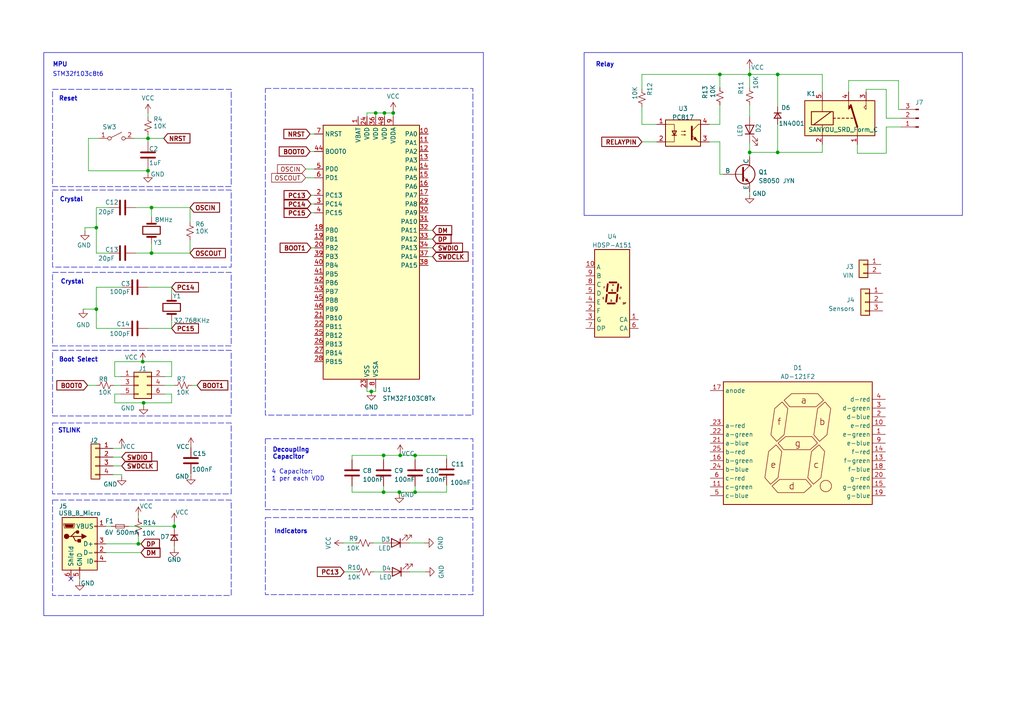
<source format=kicad_sch>
(kicad_sch (version 20230121) (generator eeschema)
  (paper "A4")
  (junction (at 43.942 60.198))
  (junction (at 225.552 21.59))
  (junction (at 50.546 152.654))
  (junction (at 208.788 21.59))
  (junction (at 40.132 157.734))
  (junction (at 41.402 104.902))
  (junction (at 217.424 21.59))
  (junction (at 42.926 40.132))
  (junction (at 116.078 132.08))
  (junction (at 400.304 7.366))
  (junction (at 410.972 44.45))
  (junction (at 394.97 18.796))
  (junction (at 41.656 116.84))
  (junction (at 111.252 142.748))
  (junction (at 108.966 32.766))
  (junction (at 400.304 -1.778))
  (junction (at 114.046 32.766))
  (junction (at 27.94 66.04))
  (junction (at 400.304 -2.032))
  (junction (at 120.396 132.08))
  (junction (at 410.972 53.594))
  (junction (at 225.552 44.196))
  (junction (at 107.696 113.538))
  (junction (at 217.424 44.196))
  (junction (at 377.698 24.638))
  (junction (at 43.942 73.406))
  (junction (at 42.926 49.53))
  (junction (at 27.94 89.662))
  (junction (at 115.824 142.748))
  (junction (at 111.252 132.08))
  (junction (at 111.506 32.766))
  (junction (at 394.97 32.004))
  (junction (at 120.396 142.748))
  (no_connect (at 20.574 167.894))
  (wire (pts (xy 49.784 116.84) (xy 41.656 116.84)))
  (wire (pts (xy 33.02 111.76) (xy 35.052 111.76)))
  (wire (pts (xy 27.94 60.198) (xy 27.94 66.04)))
  (wire (pts (xy 107.696 113.538) (xy 108.966 113.538)))
  (wire (pts (xy 186.182 30.988) (xy 186.182 36.068)))
  (wire (pts (xy 106.426 113.538) (xy 107.696 113.538)))
  (wire (pts (xy 35.052 109.22) (xy 33.274 109.22)))
  (wire (pts (xy 49.784 114.3) (xy 49.784 116.84)))
  (wire (pts (xy 90.17 59.182) (xy 91.186 59.182)))
  (wire (pts (xy 394.97 32.004) (xy 389.128 32.004)))
  (wire (pts (xy 23.114 168.656) (xy 23.114 167.894)))
  (wire (pts (xy 55.118 60.198) (xy 43.942 60.198)))
  (wire (pts (xy 49.784 104.902) (xy 49.784 109.22)))
  (wire (pts (xy 375.412 -2.032) (xy 375.412 7.366)))
  (wire (pts (xy 217.424 21.59) (xy 225.552 21.59)))
  (wire (pts (xy 464.312 89.916) (xy 461.518 89.916)))
  (wire (pts (xy 89.916 43.942) (xy 91.186 43.942)))
  (wire (pts (xy 208.788 41.148) (xy 205.74 41.148)))
  (wire (pts (xy 125.476 66.802) (xy 124.206 66.802)))
  (wire (pts (xy 466.09 64.516) (xy 466.09 65.024)))
  (wire (pts (xy 400.304 -3.048) (xy 400.304 -2.032)))
  (wire (pts (xy 125.476 69.342) (xy 124.206 69.342)))
  (wire (pts (xy 24.638 67.056) (xy 24.638 66.04)))
  (wire (pts (xy 50.546 152.654) (xy 50.546 153.416)))
  (wire (pts (xy 42.926 50.292) (xy 42.926 49.53)))
  (wire (pts (xy 410.972 53.594) (xy 421.386 53.594)))
  (wire (pts (xy 408.432 23.114) (xy 408.432 18.796)))
  (wire (pts (xy 450.088 23.876) (xy 450.85 23.876)))
  (wire (pts (xy 120.396 142.748) (xy 129.54 142.748)))
  (wire (pts (xy 42.926 49.53) (xy 42.926 48.768)))
  (wire (pts (xy 186.182 25.908) (xy 186.182 21.59)))
  (wire (pts (xy 40.132 149.606) (xy 40.132 150.368)))
  (wire (pts (xy 110.998 157.48) (xy 108.204 157.48)))
  (wire (pts (xy 406.146 72.898) (xy 406.146 75.692)))
  (wire (pts (xy 421.386 44.45) (xy 410.972 44.45)))
  (wire (pts (xy 260.604 23.368) (xy 246.126 23.368)))
  (wire (pts (xy 476.504 98.298) (xy 471.932 98.298)))
  (wire (pts (xy 120.396 132.08) (xy 129.54 132.08)))
  (wire (pts (xy 30.734 160.274) (xy 40.894 160.274)))
  (wire (pts (xy 377.698 18.796) (xy 377.698 24.638)))
  (wire (pts (xy 111.506 32.766) (xy 114.046 32.766)))
  (wire (pts (xy 208.788 21.59) (xy 208.788 25.4)))
  (wire (pts (xy 111.252 142.748) (xy 115.824 142.748)))
  (wire (pts (xy 225.552 36.068) (xy 225.552 44.196)))
  (wire (pts (xy 125.476 74.422) (xy 124.206 74.422)))
  (wire (pts (xy 375.412 7.366) (xy 400.304 7.366)))
  (wire (pts (xy 55.372 137.922) (xy 55.372 137.414)))
  (wire (pts (xy 261.366 31.75) (xy 260.604 31.75)))
  (wire (pts (xy 49.784 85.344) (xy 49.784 83.312)))
  (wire (pts (xy 49.784 95.25) (xy 42.926 95.25)))
  (wire (pts (xy 38.862 40.132) (xy 42.926 40.132)))
  (wire (pts (xy 257.048 25.908) (xy 257.048 34.29)))
  (wire (pts (xy 106.426 33.782) (xy 106.426 32.766)))
  (wire (pts (xy 208.788 50.546) (xy 208.788 41.148)))
  (wire (pts (xy 32.766 135.128) (xy 35.306 135.128)))
  (wire (pts (xy 452.882 98.298) (xy 456.438 98.298)))
  (wire (pts (xy 111.252 132.08) (xy 111.252 133.35)))
  (wire (pts (xy 238.506 44.196) (xy 225.552 44.196)))
  (wire (pts (xy 25.654 49.53) (xy 42.926 49.53)))
  (wire (pts (xy 394.97 32.004) (xy 408.432 32.004)))
  (wire (pts (xy 217.424 56.388) (xy 217.424 55.626)))
  (wire (pts (xy 108.966 113.538) (xy 108.966 112.522)))
  (wire (pts (xy 408.432 18.796) (xy 394.97 18.796)))
  (wire (pts (xy 49.784 83.312) (xy 42.926 83.312)))
  (wire (pts (xy 393.446 73.152) (xy 391.16 73.152)))
  (wire (pts (xy 209.804 50.546) (xy 208.788 50.546)))
  (wire (pts (xy 55.372 129.54) (xy 55.372 129.794)))
  (wire (pts (xy 49.784 92.964) (xy 49.784 95.25)))
  (wire (pts (xy 246.126 23.368) (xy 246.126 26.67)))
  (wire (pts (xy 251.206 26.67) (xy 251.206 25.908)))
  (wire (pts (xy 25.4 111.76) (xy 27.94 111.76)))
  (wire (pts (xy 261.366 36.83) (xy 257.048 36.83)))
  (wire (pts (xy 217.424 44.196) (xy 217.424 45.466)))
  (wire (pts (xy 400.304 -1.778) (xy 410.718 -1.778)))
  (wire (pts (xy 400.558 52.832) (xy 400.558 53.594)))
  (wire (pts (xy 111.252 140.97) (xy 111.252 142.748)))
  (wire (pts (xy 111.506 32.766) (xy 111.506 33.782)))
  (wire (pts (xy 217.424 19.812) (xy 217.424 21.59)))
  (wire (pts (xy 129.54 142.748) (xy 129.54 140.716)))
  (wire (pts (xy 50.546 111.76) (xy 47.752 111.76)))
  (wire (pts (xy 225.552 44.196) (xy 217.424 44.196)))
  (wire (pts (xy 377.698 24.638) (xy 377.698 32.004)))
  (wire (pts (xy 27.94 73.406) (xy 31.75 73.406)))
  (wire (pts (xy 55.118 64.516) (xy 55.118 60.198)))
  (wire (pts (xy 41.656 116.84) (xy 41.656 117.602)))
  (wire (pts (xy 208.788 36.068) (xy 205.74 36.068)))
  (wire (pts (xy 27.94 83.312) (xy 35.306 83.312)))
  (wire (pts (xy 257.048 36.83) (xy 257.048 44.45)))
  (wire (pts (xy 111.252 165.862) (xy 108.458 165.862)))
  (wire (pts (xy 466.09 -7.366) (xy 466.09 -6.604)))
  (wire (pts (xy 248.666 44.45) (xy 248.666 41.91)))
  (wire (pts (xy 47.752 109.22) (xy 49.784 109.22)))
  (wire (pts (xy 43.942 73.406) (xy 39.37 73.406)))
  (wire (pts (xy 125.476 71.882) (xy 124.206 71.882)))
  (wire (pts (xy 476.504 89.916) (xy 471.932 89.916)))
  (wire (pts (xy 108.966 32.766) (xy 108.966 33.782)))
  (wire (pts (xy 35.052 114.3) (xy 33.274 114.3)))
  (wire (pts (xy 394.97 29.21) (xy 394.97 32.004)))
  (wire (pts (xy 43.942 73.406) (xy 55.118 73.406)))
  (wire (pts (xy 99.822 165.862) (xy 103.378 165.862)))
  (wire (pts (xy 400.304 -1.778) (xy 400.304 -1.016)))
  (wire (pts (xy 111.252 132.08) (xy 116.078 132.08)))
  (wire (pts (xy 24.13 89.662) (xy 27.94 89.662)))
  (wire (pts (xy 90.17 56.642) (xy 91.186 56.642)))
  (wire (pts (xy 32.766 132.588) (xy 35.306 132.588)))
  (wire (pts (xy 450.85 1.016) (xy 449.072 1.016)))
  (wire (pts (xy 388.62 -2.032) (xy 400.304 -2.032)))
  (wire (pts (xy 43.942 70.612) (xy 43.942 73.406)))
  (wire (pts (xy 186.182 36.068) (xy 190.5 36.068)))
  (wire (pts (xy 57.15 111.76) (xy 55.626 111.76)))
  (wire (pts (xy 400.304 -1.778) (xy 400.304 -2.032)))
  (wire (pts (xy 99.568 157.48) (xy 103.124 157.48)))
  (wire (pts (xy 114.046 32.766) (xy 114.046 33.782)))
  (wire (pts (xy 102.108 140.97) (xy 102.108 142.748)))
  (wire (pts (xy 450.088 54.356) (xy 450.85 54.356)))
  (wire (pts (xy 208.788 30.48) (xy 208.788 36.068)))
  (wire (pts (xy 27.94 66.04) (xy 27.94 73.406)))
  (wire (pts (xy 260.604 31.75) (xy 260.604 23.368)))
  (wire (pts (xy 40.132 157.734) (xy 40.894 157.734)))
  (wire (pts (xy 400.558 45.212) (xy 400.558 44.45)))
  (wire (pts (xy 35.306 137.668) (xy 32.766 137.668)))
  (wire (pts (xy 452.882 89.916) (xy 456.438 89.916)))
  (wire (pts (xy 35.306 130.048) (xy 32.766 130.048)))
  (wire (pts (xy 397.51 76.454) (xy 397.51 70.612)))
  (wire (pts (xy 400.304 8.128) (xy 400.304 7.366)))
  (wire (pts (xy 400.558 53.594) (xy 410.972 53.594)))
  (wire (pts (xy 238.506 41.91) (xy 238.506 44.196)))
  (wire (pts (xy 108.966 32.766) (xy 111.506 32.766)))
  (wire (pts (xy 35.306 130.048) (xy 35.306 129.794)))
  (wire (pts (xy 377.698 32.004) (xy 381.508 32.004)))
  (wire (pts (xy 39.37 60.198) (xy 43.942 60.198)))
  (wire (pts (xy 115.824 142.748) (xy 120.396 142.748)))
  (wire (pts (xy 88.646 51.562) (xy 91.186 51.562)))
  (wire (pts (xy 120.396 132.08) (xy 120.396 133.35)))
  (wire (pts (xy 90.17 61.722) (xy 91.186 61.722)))
  (wire (pts (xy 217.424 21.59) (xy 217.424 25.4)))
  (wire (pts (xy 102.108 142.748) (xy 111.252 142.748)))
  (wire (pts (xy 393.446 68.072) (xy 391.16 68.072)))
  (wire (pts (xy 120.396 140.97) (xy 120.396 142.748)))
  (wire (pts (xy 115.824 142.748) (xy 115.824 143.256)))
  (wire (pts (xy 186.182 21.59) (xy 208.788 21.59)))
  (wire (pts (xy 449.072 3.556) (xy 450.85 3.556)))
  (wire (pts (xy 42.926 40.132) (xy 47.498 40.132)))
  (wire (pts (xy 410.972 53.594) (xy 410.972 53.848)))
  (wire (pts (xy 27.94 89.662) (xy 27.94 95.25)))
  (wire (pts (xy 50.546 159.004) (xy 50.546 158.496)))
  (wire (pts (xy 27.94 89.662) (xy 27.94 83.312)))
  (wire (pts (xy 102.108 133.35) (xy 102.108 132.08)))
  (wire (pts (xy 406.146 75.692) (xy 391.16 75.692)))
  (wire (pts (xy 391.922 49.53) (xy 392.684 49.53)))
  (wire (pts (xy 42.926 39.116) (xy 42.926 40.132)))
  (wire (pts (xy 394.97 18.796) (xy 394.97 21.59)))
  (wire (pts (xy 33.274 116.84) (xy 41.656 116.84)))
  (wire (pts (xy 374.396 24.638) (xy 377.698 24.638)))
  (wire (pts (xy 208.788 21.59) (xy 217.424 21.59)))
  (wire (pts (xy 450.088 56.896) (xy 450.85 56.896)))
  (wire (pts (xy 88.646 49.022) (xy 91.186 49.022)))
  (wire (pts (xy 374.396 25.654) (xy 374.396 24.638)))
  (wire (pts (xy 421.386 45.212) (xy 421.386 44.45)))
  (wire (pts (xy 397.51 70.612) (xy 391.16 70.612)))
  (wire (pts (xy 24.638 66.04) (xy 27.94 66.04)))
  (wire (pts (xy 102.108 132.08) (xy 111.252 132.08)))
  (wire (pts (xy 421.386 53.594) (xy 421.386 52.832)))
  (wire (pts (xy 400.304 -9.398) (xy 400.304 -8.128)))
  (wire (pts (xy 186.182 41.148) (xy 190.5 41.148)))
  (wire (pts (xy 50.546 151.384) (xy 50.546 152.654)))
  (wire (pts (xy 123.444 165.862) (xy 118.872 165.862)))
  (wire (pts (xy 27.94 95.25) (xy 35.306 95.25)))
  (wire (pts (xy 410.972 44.45) (xy 410.972 43.688)))
  (wire (pts (xy 408.432 32.004) (xy 408.432 28.194)))
  (wire (pts (xy 400.304 7.366) (xy 400.304 6.604)))
  (wire (pts (xy 381.508 18.796) (xy 377.698 18.796)))
  (wire (pts (xy 238.506 21.59) (xy 238.506 26.67)))
  (wire (pts (xy 389.128 18.796) (xy 394.97 18.796)))
  (wire (pts (xy 41.402 104.902) (xy 49.784 104.902)))
  (wire (pts (xy 106.426 112.522) (xy 106.426 113.538)))
  (wire (pts (xy 50.546 152.654) (xy 37.338 152.654)))
  (wire (pts (xy 28.702 40.132) (xy 25.654 40.132)))
  (wire (pts (xy 47.752 114.3) (xy 49.784 114.3)))
  (wire (pts (xy 400.558 44.45) (xy 410.972 44.45)))
  (wire (pts (xy 384.302 49.53) (xy 383.032 49.53)))
  (wire (pts (xy 55.118 73.406) (xy 55.118 69.596)))
  (wire (pts (xy 35.306 138.176) (xy 35.306 137.668)))
  (wire (pts (xy 116.078 132.08) (xy 120.396 132.08)))
  (wire (pts (xy 225.552 21.59) (xy 238.506 21.59)))
  (wire (pts (xy 33.274 104.902) (xy 41.402 104.902)))
  (wire (pts (xy 31.75 60.198) (xy 27.94 60.198)))
  (wire (pts (xy 123.19 157.48) (xy 118.618 157.48)))
  (wire (pts (xy 33.274 114.3) (xy 33.274 116.84)))
  (wire (pts (xy 217.424 33.782) (xy 217.424 30.48)))
  (wire (pts (xy 464.312 98.298) (xy 461.518 98.298)))
  (wire (pts (xy 251.206 25.908) (xy 257.048 25.908)))
  (wire (pts (xy 42.926 32.766) (xy 42.926 34.036)))
  (wire (pts (xy 30.734 157.734) (xy 40.132 157.734)))
  (wire (pts (xy 40.132 155.448) (xy 40.132 157.734)))
  (wire (pts (xy 43.942 60.198) (xy 43.942 62.992)))
  (wire (pts (xy 257.048 34.29) (xy 261.366 34.29)))
  (wire (pts (xy 25.654 40.132) (xy 25.654 49.53)))
  (wire (pts (xy 90.17 71.882) (xy 91.186 71.882)))
  (wire (pts (xy 32.258 152.654) (xy 30.734 152.654)))
  (wire (pts (xy 106.426 32.766) (xy 108.966 32.766)))
  (wire (pts (xy 89.916 38.862) (xy 91.186 38.862)))
  (wire (pts (xy 42.926 40.132) (xy 42.926 41.148)))
  (wire (pts (xy 257.048 44.45) (xy 248.666 44.45)))
  (wire (pts (xy 129.54 132.08) (xy 129.54 133.096)))
  (wire (pts (xy 114.046 32.258) (xy 114.046 32.766)))
  (wire (pts (xy 378.46 -2.032) (xy 375.412 -2.032)))
  (wire (pts (xy 116.078 131.572) (xy 116.078 132.08)))
  (wire (pts (xy 217.424 41.402) (xy 217.424 44.196)))
  (wire (pts (xy 225.552 21.59) (xy 225.552 30.988)))
  (wire (pts (xy 33.274 109.22) (xy 33.274 104.902)))
  (rectangle (start 76.962 150.114) (end 137.16 172.466) (stroke (width 0) (type dash)))
  (rectangle (start 15.24 101.6) (end 67.056 120.65) (stroke (width 0) (type dash)))
  (rectangle (start 76.962 127.254) (end 137.16 147.828) (stroke (width 0) (type dash)))
  (rectangle (start 12.7 15.24) (end 140.208 178.562))
  (rectangle (start 169.418 15.24) (end 279.146 62.484))
  (rectangle (start 364.998 38.354) (end 425.958 58.928) (stroke (width 0) (type dash)))
  (rectangle (start 15.24 122.682) (end 67.056 143.256) (stroke (width 0) (type dash)))
  (rectangle (start 15.24 78.994) (end 67.056 100.33) (stroke (width 0) (type dash)))
  (rectangle (start 364.998 60.706) (end 425.958 81.28) (stroke (width 0) (type dash)))
  (rectangle (start 76.962 25.654) (end 137.16 120.396) (stroke (width 0) (type dash)))
  (rectangle (start 15.24 145.034) (end 67.056 172.72) (stroke (width 0) (type dash)))
  (rectangle (start 15.24 55.118) (end 67.056 77.47) (stroke (width 0) (type dash)))
  (rectangle (start 364.998 -16.256) (end 425.958 11.938) (stroke (width 0) (type dash)))
  (rectangle (start 430.022 83.058) (end 488.188 103.632) (stroke (width 0) (type dash)))
  (rectangle (start 15.24 25.908) (end 67.056 54.102) (stroke (width 0) (type dash)))
  (rectangle (start 361.442 -26.416) (end 497.332 108.712))
  (rectangle (start 364.998 13.716) (end 425.958 36.068) (stroke (width 0) (type dash)))
  (rectangle (start 430.022 -16.256) (end 488.188 81.28) (stroke (width 0) (type dash)))
  (text "Reset\n" (at 366.776 -12.7 0) (effects (font (size 1.27 1.27) bold) (justify left bottom)))
  (text "Crystal\n" (at 17.526 82.55 0) (effects (font (size 1.27 1.27) bold) (justify left bottom)))
  (text "Indicators\n" (at 432.562 86.614 0) (effects (font (size 1.27 1.27) bold) (justify left bottom)))
  (text "STLINK\n" (at 367.538 65.532 0) (effects (font (size 1.27 1.27) bold) (justify left bottom)))
  (text "Boot Select" (at 17.018 105.156 0) (effects (font (size 1.27 1.27) bold) (justify left bottom)))
  (text "STLINK\n" (at 16.764 125.73 0) (effects (font (size 1.27 1.27) bold) (justify left bottom)))
  (text "Decoupling \nCapacitor\n" (at 367.03 44.45 0) (effects (font (size 1.27 1.27) bold) (justify left bottom)))
  (text "Reset\n" (at 17.018 29.464 0) (effects (font (size 1.27 1.27) bold) (justify left bottom)))
  (text "STM8S\n" (at 364.744 -18.288 0) (effects (font (size 1.27 1.27)) (justify left bottom)))
  (text "MPU\n" (at 364.744 -21.082 0) (effects (font (size 1.27 1.27) (thickness 0.254) bold) (justify left bottom)))
  (text "Relay\n" (at 172.72 19.558 0) (effects (font (size 1.27 1.27) bold) (justify left bottom)))
  (text "MPU\n" (at 15.24 19.558 0) (effects (font (size 1.27 1.27) (thickness 0.254) bold) (justify left bottom)))
  (text "STM32f103c8t6" (at 15.24 22.352 0) (effects (font (size 1.27 1.27)) (justify left bottom)))
  (text "Crystal\n" (at 17.272 58.674 0) (effects (font (size 1.27 1.27) bold) (justify left bottom)))
  (text "butuh riset lg\n" (at 409.194 65.532 0) (effects (font (size 1.27 1.27) bold) (justify left bottom)))
  (text "4 Capacitor: \n1 per each VDD\n" (at 78.74 139.7 0) (effects (font (size 1.27 1.27)) (justify left bottom)))
  (text "Indicators\n" (at 79.502 154.94 0) (effects (font (size 1.27 1.27) bold) (justify left bottom)))
  (text "Crystal\n" (at 367.03 17.272 0) (effects (font (size 1.27 1.27) bold) (justify left bottom)))
  (text "Decoupling \nCapacitor\n" (at 78.994 133.35 0) (effects (font (size 1.27 1.27) bold) (justify left bottom)))
  (global_label "DP" (shape input) (at 40.894 157.734 0) (effects (font bold)) (property "Intersheetrefs" "${INTERSHEET_REFS}" (effects hide)))
  (global_label "SWIM" (shape input) (at 393.446 73.152 0) (effects (font bold)) (property "Intersheetrefs" "${INTERSHEET_REFS}" (effects hide)))
  (global_label "OSCOUT" (shape input) (at 88.646 51.562 180) (property "Intersheetrefs" "${INTERSHEET_REFS}" (effects hide)))
  (global_label "SWDCLK" (shape input) (at 125.476 74.422 0) (effects (font bold)) (property "Intersheetrefs" "${INTERSHEET_REFS}" (effects hide)))
  (global_label "BOOT1" (shape input) (at 90.17 71.882 180) (effects (font bold)) (property "Intersheetrefs" "${INTERSHEET_REFS}" (effects hide)))
  (global_label "VCAP" (shape input) (at 450.088 56.896 180) (effects (font bold)) (property "Intersheetrefs" "${INTERSHEET_REFS}" (effects hide)))
  (global_label "RELAYPIN" (shape input) (at 186.182 41.148 180) (effects (font bold)) (property "Intersheetrefs" "${INTERSHEET_REFS}" (effects hide)))
  (global_label "PB5" (shape input) (at 476.504 98.298 0) (effects (font bold)) (property "Intersheetrefs" "${INTERSHEET_REFS}" (effects hide)))
  (global_label "SWDIO" (shape input) (at 35.306 132.588 0) (effects (font bold)) (property "Intersheetrefs" "${INTERSHEET_REFS}" (effects hide)))
  (global_label "NRST" (shape input) (at 393.446 68.072 0) (effects (font bold)) (property "Intersheetrefs" "${INTERSHEET_REFS}" (effects hide)))
  (global_label "PC13" (shape input) (at 99.822 165.862 180) (effects (font bold)) (property "Intersheetrefs" "${INTERSHEET_REFS}" (effects hide)))
  (global_label "PC13" (shape input) (at 90.17 56.642 180) (effects (font bold)) (property "Intersheetrefs" "${INTERSHEET_REFS}" (effects hide)))
  (global_label "OSCIN" (shape input) (at 55.118 60.198 0) (effects (font bold)) (property "Intersheetrefs" "${INTERSHEET_REFS}" (effects hide)))
  (global_label "DP" (shape input) (at 125.476 69.342 0) (effects (font bold)) (property "Intersheetrefs" "${INTERSHEET_REFS}" (effects hide)))
  (global_label "DM" (shape input) (at 125.476 66.802 0) (effects (font bold)) (property "Intersheetrefs" "${INTERSHEET_REFS}" (effects hide)))
  (global_label "OSCIN" (shape input) (at 449.072 1.016 180) (effects (font bold)) (property "Intersheetrefs" "${INTERSHEET_REFS}" (effects hide)))
  (global_label "NRST" (shape input) (at 410.718 -1.778 0) (effects (font bold)) (property "Intersheetrefs" "${INTERSHEET_REFS}" (effects hide)))
  (global_label "PC14" (shape input) (at 90.17 59.182 180) (effects (font bold)) (property "Intersheetrefs" "${INTERSHEET_REFS}" (effects hide)))
  (global_label "BOOT1" (shape input) (at 57.15 111.76 0) (effects (font bold)) (property "Intersheetrefs" "${INTERSHEET_REFS}" (effects hide)))
  (global_label "OSCOUT" (shape input) (at 449.072 3.556 180) (effects (font bold)) (property "Intersheetrefs" "${INTERSHEET_REFS}" (effects hide)))
  (global_label "PC15" (shape input) (at 90.17 61.722 180) (effects (font bold)) (property "Intersheetrefs" "${INTERSHEET_REFS}" (effects hide)))
  (global_label "SWDIO" (shape input) (at 125.476 71.882 0) (effects (font bold)) (property "Intersheetrefs" "${INTERSHEET_REFS}" (effects hide)))
  (global_label "BOOT0" (shape input) (at 25.4 111.76 180) (effects (font bold)) (property "Intersheetrefs" "${INTERSHEET_REFS}" (effects hide)))
  (global_label "OSCIN" (shape input) (at 408.432 18.796 0) (effects (font bold)) (property "Intersheetrefs" "${INTERSHEET_REFS}" (effects hide)))
  (global_label "NRST" (shape input) (at 47.498 40.132 0) (effects (font bold)) (property "Intersheetrefs" "${INTERSHEET_REFS}" (effects hide)))
  (global_label "OSCOUT" (shape input) (at 408.432 32.004 0) (effects (font bold)) (property "Intersheetrefs" "${INTERSHEET_REFS}" (effects hide)))
  (global_label "PC14" (shape input) (at 49.784 83.312 0) (effects (font bold)) (property "Intersheetrefs" "${INTERSHEET_REFS}" (effects hide)))
  (global_label "OSCOUT" (shape input) (at 55.118 73.406 0) (effects (font bold)) (property "Intersheetrefs" "${INTERSHEET_REFS}" (effects hide)))
  (global_label "SWDCLK" (shape input) (at 35.306 135.128 0) (effects (font bold)) (property "Intersheetrefs" "${INTERSHEET_REFS}" (effects hide)))
  (global_label "DM" (shape input) (at 40.894 160.274 0) (effects (font bold)) (property "Intersheetrefs" "${INTERSHEET_REFS}" (effects hide)))
  (global_label "PC15" (shape input) (at 49.784 95.25 0) (effects (font bold)) (property "Intersheetrefs" "${INTERSHEET_REFS}" (effects hide)))
  (global_label "VCAP" (shape input) (at 383.032 49.53 180) (effects (font bold)) (property "Intersheetrefs" "${INTERSHEET_REFS}" (effects hide)))
  (global_label "OSCIN" (shape input) (at 88.646 49.022 180) (property "Intersheetrefs" "${INTERSHEET_REFS}" (effects hide)))
  (global_label "NRST" (shape input) (at 450.088 54.356 180) (effects (font bold)) (property "Intersheetrefs" "${INTERSHEET_REFS}" (effects hide)))
  (global_label "NRST" (shape input) (at 89.916 38.862 180) (effects (font bold)) (property "Intersheetrefs" "${INTERSHEET_REFS}" (effects hide)))
  (global_label "BOOT0" (shape input) (at 89.916 43.942 180) (effects (font bold)) (property "Intersheetrefs" "${INTERSHEET_REFS}" (effects hide)))
  (global_label "PB5" (shape input) (at 450.088 23.876 180) (effects (font bold)) (property "Intersheetrefs" "${INTERSHEET_REFS}" (effects hide)))
  (symbol (lib_id "Device:R_Small_US") (at 40.132 152.908 180) (unit 1)
    (property "Reference" "R14" (at 41.402 151.638 0) (effects (justify right)))
    (property "Value" "10K" (at 41.148 154.686 0) (effects (justify right)))
    (property "Footprint" "Resistor_SMD:R_0805_2012Metric_Pad1.20x1.40mm_HandSolder" (effects hide))
  )
  (symbol (lib_id "Switch:SW_SPST") (at 383.54 -2.032 0) (unit 1)
    (property "Reference" "SW1" (at 381.508 -5.334 0))
    (property "Value" "SW_SPST" (effects hide))
    (property "Footprint" "Button_Switch_THT:SW_PUSH_6mm_H5mm" (effects hide))
  )
  (symbol (lib_id "Device:C") (at 39.116 83.312 270) (unit 1)
    (property "Reference" "C3" (at 35.052 82.296 90) (effects (justify left)))
    (property "Value" "100pF" (at 31.75 84.582 90) (effects (justify left)))
    (property "Footprint" "Capacitor_SMD:C_0805_2012Metric_Pad1.18x1.45mm_HandSolder" (effects hide))
  )
  (symbol (lib_id "Connector_Generic:Conn_02x03_Odd_Even") (at 40.132 111.76 0) (unit 1)
    (property "Reference" "J1" (at 41.402 106.934 0))
    (property "Value" "Conn_02x03_Odd_Even" (effects hide))
  )
  (symbol (lib_id "power:GND") (at 35.306 138.176 0) (unit 1)
    (property "Reference" "#PWR019" (effects hide))
    (property "Value" "GND" (at 32.004 140.462 0))
  )
  (symbol (lib_id "power:GND") (at 410.972 53.848 0) (unit 1)
    (property "Reference" "#PWR04" (effects hide))
    (property "Value" "GND" (at 415.036 55.372 0))
  )
  (symbol (lib_id "power:GND") (at 24.638 67.056 0) (unit 1)
    (property "Reference" "#PWR014" (effects hide))
    (property "Value" "GND" (at 24.384 71.12 0))
  )
  (symbol (lib_id "Device:C") (at 385.318 32.004 270) (unit 1)
    (property "Reference" "C17" (at 380.238 30.988 90) (effects (justify left)))
    (property "Value" "20pF" (at 378.206 33.528 90) (effects (justify left)))
    (property "Footprint" "Capacitor_SMD:C_0805_2012Metric_Pad1.18x1.45mm_HandSolder" (effects hide))
  )
  (symbol (lib_id "Device:C") (at 421.386 49.022 0) (unit 1)
    (property "Reference" "C7" (at 417.068 46.99 0) (effects (justify left)))
    (property "Value" "10uF" (at 416.56 51.308 0) (effects (justify left)))
    (property "Footprint" "Capacitor_SMD:C_0805_2012Metric_Pad1.18x1.45mm_HandSolder" (effects hide))
  )
  (symbol (lib_id "Device:LED") (at 468.122 98.298 180) (unit 1)
    (property "Reference" "D8" (at 466.344 95.758 0) (effects (justify right)))
    (property "Value" "LED" (at 466.598 101.092 0) (effects (justify right)))
    (property "Footprint" "LED_SMD:LED_1206_3216Metric_Pad1.42x1.75mm_HandSolder" (effects hide))
  )
  (symbol (lib_id "Device:Fuse_Small") (at 34.798 152.654 0) (unit 1)
    (property "Reference" "F1" (at 31.75 151.13 0))
    (property "Value" "6V 500mA" (at 35.306 154.432 0))
    (property "Footprint" "Fuse:Fuse_1812_4532Metric_Pad1.30x3.40mm_HandSolder" (effects hide))
  )
  (symbol (lib_id "Device:C") (at 39.116 95.25 270) (unit 1)
    (property "Reference" "C14" (at 33.782 93.98 90) (effects (justify left)))
    (property "Value" "100pF" (at 31.75 96.774 90) (effects (justify left)))
    (property "Footprint" "Capacitor_SMD:C_0805_2012Metric_Pad1.18x1.45mm_HandSolder" (effects hide))
  )
  (symbol (lib_id "power:GND") (at 397.51 76.454 0) (unit 1)
    (property "Reference" "#PWR05" (effects hide))
    (property "Value" "GND" (at 401.066 78.486 0))
  )
  (symbol (lib_id "Device:LED") (at 468.122 89.916 180) (unit 1)
    (property "Reference" "D9" (at 466.852 86.614 0) (effects (justify right)))
    (property "Value" "LED" (at 466.598 92.71 0) (effects (justify right)))
    (property "Footprint" "LED_SMD:LED_1206_3216Metric_Pad1.42x1.75mm_HandSolder" (effects hide))
  )
  (symbol (lib_id "Device:LED") (at 217.424 37.592 90) (unit 1)
    (property "Reference" "D2" (at 219.964 35.814 0) (effects (justify right)))
    (property "Value" "LED" (at 214.63 36.068 0) (effects (justify right)))
    (property "Footprint" "LED_SMD:LED_1206_3216Metric_Pad1.42x1.75mm_HandSolder" (effects hide))
  )
  (symbol (lib_id "Connector_Generic:Conn_01x04") (at 27.686 132.588 0) (mirror y) (unit 1)
    (property "Reference" "J2" (at 28.448 127.762 0) (effects (justify left)))
    (property "Value" "Conn_01x04" (effects hide))
  )
  (symbol (lib_id "power:VCC") (at 55.372 129.54 0) (unit 1)
    (property "Reference" "#PWR021" (effects hide))
    (property "Value" "VCC" (at 53.086 129.54 0))
  )
  (symbol (lib_id "Device:R_Small_US") (at 208.788 27.94 0) (unit 1)
    (property "Reference" "R13" (at 204.47 28.702 90) (effects (justify left)))
    (property "Value" "10K" (at 206.756 28.448 90) (effects (justify left)))
    (property "Footprint" "Resistor_SMD:R_0805_2012Metric_Pad1.20x1.40mm_HandSolder" (effects hide))
  )
  (symbol (lib_id "power:VCC") (at 42.926 32.766 0) (unit 1)
    (property "Reference" "#PWR09" (effects hide))
    (property "Value" "VCC" (at 42.926 28.448 0))
  )
  (symbol (lib_id "Display_Character:AD-121F2") (at 231.394 128.524 0) (unit 1)
    (property "Reference" "D1" (at 231.394 106.68 0))
    (property "Value" "AD-121F2" (at 231.394 109.22 0))
    (property "Footprint" "Display_7Segment:AD-121F2" (effects hide))
    (property "Datasheet" "http://usasyck.com/products/AD-121F2_cat_e.pdf" (effects hide))
  )
  (symbol (lib_id "Device:C") (at 400.558 49.022 0) (unit 1)
    (property "Reference" "C6" (at 401.066 46.99 0) (effects (justify left)))
    (property "Value" "100nF" (at 400.812 51.562 0) (effects (justify left)))
    (property "Footprint" "Capacitor_SMD:C_0805_2012Metric_Pad1.18x1.45mm_HandSolder" (effects hide))
  )
  (symbol (lib_id "power:VCC") (at 40.132 149.606 0) (unit 1)
    (property "Reference" "#PWR034" (effects hide))
    (property "Value" "VCC" (at 42.418 146.812 0))
  )
  (symbol (lib_id "power:GND") (at 55.372 137.922 0) (unit 1)
    (property "Reference" "#PWR022" (effects hide))
    (property "Value" "GND" (at 52.832 138.176 0))
  )
  (symbol (lib_id "Connector_Generic:Conn_01x03") (at 250.952 87.63 0) (mirror y) (unit 1)
    (property "Reference" "J4" (at 247.904 86.995 0) (effects (justify left)))
    (property "Value" "Sensors" (at 247.904 89.535 0) (effects (justify left)))
  )
  (symbol (lib_id "power:VCC") (at 50.546 151.384 0) (unit 1)
    (property "Reference" "#PWR032" (effects hide))
    (property "Value" "VCC" (at 52.832 148.59 0))
  )
  (symbol (lib_id "Device:R_Small_US") (at 400.304 -5.588 180) (unit 1)
    (property "Reference" "R2" (at 401.828 -7.62 0) (effects (justify right)))
    (property "Value" "10K" (at 401.828 -5.588 0) (effects (justify right)))
    (property "Footprint" "Resistor_SMD:R_0805_2012Metric_Pad1.20x1.40mm_HandSolder" (effects hide))
  )
  (symbol (lib_id "power:GND") (at 392.684 49.53 90) (unit 1)
    (property "Reference" "#PWR027" (effects hide))
    (property "Value" "GND" (at 393.192 46.736 0))
  )
  (symbol (lib_id "power:VCC") (at 99.568 157.48 90) (unit 1)
    (property "Reference" "#PWR023" (effects hide))
    (property "Value" "VCC" (at 95.25 157.48 0))
  )
  (symbol (lib_id "Device:C") (at 385.318 18.796 270) (unit 1)
    (property "Reference" "C5" (at 380.238 17.272 90) (effects (justify left)))
    (property "Value" "20pF" (at 378.206 20.066 90) (effects (justify left)))
    (property "Footprint" "Capacitor_SMD:C_0805_2012Metric_Pad1.18x1.45mm_HandSolder" (effects hide))
  )
  (symbol (lib_id "Device:R_Small_US") (at 408.432 25.654 180) (unit 1)
    (property "Reference" "R3" (at 409.956 23.622 0) (effects (justify right)))
    (property "Value" "10K" (at 409.956 25.654 0) (effects (justify right)))
    (property "Footprint" "Resistor_SMD:R_0805_2012Metric_Pad1.20x1.40mm_HandSolder" (effects hide))
  )
  (symbol (lib_id "power:GND") (at 400.304 8.128 0) (unit 1)
    (property "Reference" "#PWR029" (effects hide))
    (property "Value" "GND" (at 403.098 8.382 0))
  )
  (symbol (lib_id "power:GND") (at 115.824 143.256 0) (unit 1)
    (property "Reference" "#PWR012" (effects hide))
    (property "Value" "GND" (at 118.11 143.51 0))
  )
  (symbol (lib_id "power:GND") (at 41.656 117.602 0) (unit 1)
    (property "Reference" "#PWR018" (effects hide))
    (property "Value" "GND" (at 37.084 118.364 0))
  )
  (symbol (lib_id "power:VCC") (at 452.882 98.298 90) (unit 1)
    (property "Reference" "#PWR035" (effects hide))
    (property "Value" "VCC" (at 448.564 98.298 0))
  )
  (symbol (lib_id "Device:R_Small_US") (at 458.978 98.298 90) (unit 1)
    (property "Reference" "R15" (at 458.343 96.012 90) (effects (justify left)))
    (property "Value" "10K" (at 459.486 100.33 90) (effects (justify left)))
    (property "Footprint" "Resistor_SMD:R_0805_2012Metric_Pad1.20x1.40mm_HandSolder" (effects hide))
  )
  (symbol (lib_id "Device:C") (at 55.372 133.604 0) (unit 1)
    (property "Reference" "C15" (at 55.88 131.572 0) (effects (justify left)))
    (property "Value" "100nF" (at 55.626 136.144 0) (effects (justify left)))
    (property "Footprint" "Capacitor_SMD:C_0805_2012Metric_Pad1.18x1.45mm_HandSolder" (effects hide))
  )
  (symbol (lib_id "Device:LED") (at 115.062 165.862 180) (unit 1)
    (property "Reference" "D4" (at 110.744 164.846 0) (effects (justify right)))
    (property "Value" "LED" (at 109.982 167.386 0) (effects (justify right)))
    (property "Footprint" "LED_SMD:LED_1206_3216Metric_Pad1.42x1.75mm_HandSolder" (effects hide))
  )
  (symbol (lib_id "Device:Crystal") (at 49.784 89.154 90) (unit 1)
    (property "Reference" "Y1" (at 51.308 85.852 90))
    (property "Value" "32.768KHz" (at 55.626 92.964 90))
    (property "Footprint" "Crystal:Crystal_SMD_SeikoEpson_MC306-4Pin_8.0x3.2mm_HandSoldering" (effects hide))
  )
  (symbol (lib_id "MCU_ST_STM8:STM8S003K3T") (at 466.09 28.956 0) (unit 1)
    (property "Reference" "U2" (at 468.0459 -6.096 0) (effects (justify left)))
    (property "Value" "STM8S003K3T" (at 468.0459 -3.556 0) (effects (justify left)))
    (property "Footprint" "Package_QFP:LQFP-32_7x7mm_P0.8mm" (effects hide))
    (property "Datasheet" "http://www.st.com/st-web-ui/static/active/en/resource/technical/document/datasheet/DM00024550.pdf" (effects hide))
  )
  (symbol (lib_id "Device:LED") (at 114.808 157.48 180) (unit 1)
    (property "Reference" "D3" (at 110.49 156.464 0) (effects (justify right)))
    (property "Value" "LED" (at 109.728 159.004 0) (effects (justify right)))
    (property "Footprint" "LED_SMD:LED_1206_3216Metric_Pad1.42x1.75mm_HandSolder" (effects hide))
  )
  (symbol (lib_id "Device:Crystal") (at 394.97 25.4 90) (unit 1)
    (property "Reference" "Y4" (at 396.748 28.956 90))
    (property "Value" "8MHz" (at 398.526 22.352 90))
    (property "Footprint" "Crystal:Crystal_HC49-4H_Vertical" (effects hide))
  )
  (symbol (lib_id "MCU_ST_STM32F1:STM32F103C8Tx") (at 106.426 74.422 0) (unit 1)
    (property "Reference" "U1" (at 110.9219 113.03 0) (effects (justify left)))
    (property "Value" "STM32F103C8Tx" (at 110.9219 115.57 0) (effects (justify left)))
    (property "Footprint" "Package_QFP:LQFP-48_7x7mm_P0.5mm" (effects hide))
    (property "Datasheet" "https://www.st.com/resource/en/datasheet/stm32f103c8.pdf" (effects hide))
  )
  (symbol (lib_id "power:VCC") (at 406.146 72.898 0) (unit 1)
    (property "Reference" "#PWR06" (effects hide))
    (property "Value" "VCC" (at 406.146 69.596 0))
  )
  (symbol (lib_id "Device:R_Small_US") (at 186.182 28.448 0) (unit 1)
    (property "Reference" "R12" (at 188.468 27.813 90) (effects (justify left)))
    (property "Value" "10K" (at 184.15 28.956 90) (effects (justify left)))
    (property "Footprint" "Resistor_SMD:R_0805_2012Metric_Pad1.20x1.40mm_HandSolder" (effects hide))
  )
  (symbol (lib_id "power:GND") (at 107.696 113.538 0) (unit 1)
    (property "Reference" "#PWR016" (effects hide))
    (property "Value" "GND" (at 107.696 118.11 0))
  )
  (symbol (lib_id "Device:C") (at 111.252 137.16 0) (unit 1)
    (property "Reference" "C9" (at 114.3 136.525 0) (effects (justify left)))
    (property "Value" "100nF" (at 114.3 139.065 0) (effects (justify left)))
    (property "Footprint" "Capacitor_SMD:C_0805_2012Metric_Pad1.18x1.45mm_HandSolder" (effects hide))
  )
  (symbol (lib_id "Relay:SANYOU_SRD_Form_C") (at 243.586 34.29 0) (unit 1)
    (property "Reference" "K1" (at 233.934 27.178 0) (effects (justify left)))
    (property "Value" "SANYOU_SRD_Form_C" (at 234.442 37.592 0) (effects (justify left)))
    (property "Footprint" "Relay_THT:Relay_SPDT_SANYOU_SRD_Series_Form_C" (effects hide))
    (property "Datasheet" "http://www.sanyourelay.ca/public/products/pdf/SRD.pdf" (effects hide))
  )
  (symbol (lib_id "power:VCC") (at 466.09 -7.366 0) (unit 1)
    (property "Reference" "#PWR02" (effects hide))
    (property "Value" "VCC" (at 468.376 -7.62 0))
  )
  (symbol (lib_id "power:GND") (at 217.424 56.388 0) (unit 1)
    (property "Reference" "#PWR030" (effects hide))
    (property "Value" "GND" (at 220.218 56.134 0))
  )
  (symbol (lib_id "power:GND") (at 123.19 157.48 90) (unit 1)
    (property "Reference" "#PWR024" (effects hide))
    (property "Value" "GND" (at 127.762 157.48 0))
  )
  (symbol (lib_id "power:GND") (at 23.114 168.656 0) (unit 1)
    (property "Reference" "#PWR031" (effects hide))
    (property "Value" "GND" (at 25.4 169.164 0))
  )
  (symbol (lib_id "Device:C") (at 42.926 44.958 0) (unit 1)
    (property "Reference" "C2" (at 43.18 43.18 0) (effects (justify left)))
    (property "Value" "1uF" (at 43.18 47.244 0) (effects (justify left)))
    (property "Footprint" "Capacitor_SMD:C_0805_2012Metric_Pad1.18x1.45mm_HandSolder" (effects hide))
  )
  (symbol (lib_id "Device:C") (at 35.56 73.406 270) (unit 1)
    (property "Reference" "C13" (at 30.48 72.39 90) (effects (justify left)))
    (property "Value" "20pF" (at 28.448 74.93 90) (effects (justify left)))
    (property "Footprint" "Capacitor_SMD:C_0805_2012Metric_Pad1.18x1.45mm_HandSolder" (effects hide))
  )
  (symbol (lib_id "power:VCC") (at 116.078 131.572 0) (unit 1)
    (property "Reference" "#PWR013" (effects hide))
    (property "Value" "VCC" (at 118.364 131.572 0))
  )
  (symbol (lib_id "power:GND") (at 24.13 89.662 0) (unit 1)
    (property "Reference" "#PWR015" (effects hide))
    (property "Value" "GND" (at 24.13 94.234 0))
  )
  (symbol (lib_id "Device:R_Small_US") (at 458.978 89.916 90) (unit 1)
    (property "Reference" "R16" (at 458.343 87.63 90) (effects (justify left)))
    (property "Value" "10K" (at 459.232 92.202 90) (effects (justify left)))
    (property "Footprint" "Resistor_SMD:R_0805_2012Metric_Pad1.20x1.40mm_HandSolder" (effects hide))
  )
  (symbol (lib_id "power:GND") (at 50.546 159.004 0) (unit 1)
    (property "Reference" "#PWR033" (effects hide))
    (property "Value" "GND" (at 50.546 162.306 0))
  )
  (symbol (lib_id "Device:Crystal") (at 43.942 66.802 90) (unit 1)
    (property "Reference" "Y3" (at 45.72 70.358 90))
    (property "Value" "8MHz" (at 47.498 63.754 90))
    (property "Footprint" "Crystal:Crystal_HC49-4H_Vertical" (effects hide))
  )
  (symbol (lib_id "MCU_ST_STM32G0:STM32G030F6Px") (at 157.734 -29.972 0) (unit 1)
    (property "Reference" "U5" (at 159.6899 -50.8 0) (effects (justify left)))
    (property "Value" "STM32G030F6Px" (at 159.6899 -48.26 0) (effects (justify left)))
    (property "Footprint" "Package_SO:TSSOP-20_4.4x6.5mm_P0.65mm" (effects hide))
    (property "Datasheet" "https://www.st.com/resource/en/datasheet/stm32g030f6.pdf" (effects hide))
  )
  (symbol (lib_id "power:VCC") (at 35.306 129.794 0) (unit 1)
    (property "Reference" "#PWR020" (effects hide))
    (property "Value" "VCC" (at 37.338 129.54 0))
  )
  (symbol (lib_id "power:VCC") (at 41.402 104.902 0) (unit 1)
    (property "Reference" "#PWR017" (effects hide))
    (property "Value" "VCC" (at 38.1 103.632 0))
  )
  (symbol (lib_id "Device:R_Small_US") (at 30.48 111.76 270) (unit 1)
    (property "Reference" "R8" (at 29.972 109.982 90))
    (property "Value" "10K" (at 30.48 113.792 90))
    (property "Footprint" "Resistor_SMD:R_0805_2012Metric_Pad1.20x1.40mm_HandSolder" (effects hide))
  )
  (symbol (lib_id "Device:C") (at 400.304 2.794 0) (unit 1)
    (property "Reference" "C16" (at 400.558 1.016 0) (effects (justify left)))
    (property "Value" "100nF" (at 400.558 5.08 0) (effects (justify left)))
    (property "Footprint" "Capacitor_SMD:C_0805_2012Metric_Pad1.18x1.45mm_HandSolder" (effects hide))
  )
  (symbol (lib_id "Device:C") (at 35.56 60.198 270) (unit 1)
    (property "Reference" "C12" (at 30.48 58.674 90) (effects (justify left)))
    (property "Value" "20pF" (at 28.448 61.468 90) (effects (justify left)))
    (property "Footprint" "Capacitor_SMD:C_0805_2012Metric_Pad1.18x1.45mm_HandSolder" (effects hide))
  )
  (symbol (lib_id "Device:C") (at 388.112 49.53 90) (unit 1)
    (property "Reference" "C4" (at 387.477 46.482 90) (effects (justify left)))
    (property "Value" "1uF" (at 387.35 53.086 90) (effects (justify left)))
    (property "Footprint" "Capacitor_SMD:C_0805_2012Metric_Pad1.18x1.45mm_HandSolder" (effects hide))
  )
  (symbol (lib_id "power:VCC") (at 114.046 32.258 0) (unit 1)
    (property "Reference" "#PWR011" (effects hide))
    (property "Value" "VCC" (at 114.046 27.94 0))
  )
  (symbol (lib_id "power:GND") (at 42.926 50.292 0) (unit 1)
    (property "Reference" "#PWR010" (effects hide))
    (property "Value" "GND" (at 45.72 50.546 0))
  )
  (symbol (lib_id "Connector_Generic:Conn_01x04") (at 386.08 73.152 180) (unit 1)
    (property "Reference" "J6" (at 386.842 77.978 0) (effects (justify left)))
    (property "Value" "Conn_01x04" (effects hide))
  )
  (symbol (lib_id "Device:R_Small_US") (at 55.118 67.056 180) (unit 1)
    (property "Reference" "R6" (at 56.642 65.024 0) (effects (justify right)))
    (property "Value" "10K" (at 56.642 67.056 0) (effects (justify right)))
    (property "Footprint" "Resistor_SMD:R_0805_2012Metric_Pad1.20x1.40mm_HandSolder" (effects hide))
  )
  (symbol (lib_id "Device:R_Small_US") (at 53.086 111.76 270) (unit 1)
    (property "Reference" "R7" (at 52.578 109.982 90))
    (property "Value" "10K" (at 53.086 113.792 90))
    (property "Footprint" "Resistor_SMD:R_0805_2012Metric_Pad1.20x1.40mm_HandSolder" (effects hide))
  )
  (symbol (lib_id "Device:C") (at 129.54 136.906 0) (unit 1)
    (property "Reference" "C11" (at 130.81 134.62 0) (effects (justify left)))
    (property "Value" "100nF" (at 130.556 139.954 0) (effects (justify left)))
    (property "Footprint" "Capacitor_SMD:C_0805_2012Metric_Pad1.18x1.45mm_HandSolder" (effects hide))
  )
  (symbol (lib_id "power:VCC") (at 400.304 -9.398 0) (unit 1)
    (property "Reference" "#PWR028" (effects hide))
    (property "Value" "VCC" (at 400.304 -13.716 0))
  )
  (symbol (lib_id "power:GND") (at 466.09 65.024 0) (unit 1)
    (property "Reference" "#PWR01" (effects hide))
    (property "Value" "GND" (at 466.09 69.596 0))
  )
  (symbol (lib_id "Device:D_Small") (at 225.552 33.528 270) (unit 1)
    (property "Reference" "D6" (at 226.568 31.242 90) (effects (justify left)))
    (property "Value" "1N4001" (at 225.806 35.814 90) (effects (justify left)))
    (property "Sim.Device" "D" (effects hide))
    (property "Sim.Pins" "1=K 2=A" (effects hide))
  )
  (symbol (lib_id "Connector_Generic:Conn_01x02") (at 250.444 76.708 0) (mirror y) (unit 1)
    (property "Reference" "J3" (at 247.65 77.343 0) (effects (justify left)))
    (property "Value" "VIN" (at 247.65 79.883 0) (effects (justify left)))
  )
  (symbol (lib_id "Simulation_SPICE:NPN") (at 214.884 50.546 0) (unit 1)
    (property "Reference" "Q1" (at 219.964 49.911 0) (effects (justify left)))
    (property "Value" "S8050 JYN" (at 219.964 52.451 0) (effects (justify left)))
    (property "Sim.Device" "NPN" (effects hide))
    (property "Sim.Type" "GUMMELPOON" (effects hide))
    (property "Sim.Pins" "1=C 2=B 3=E" (effects hide))
  )
  (symbol (lib_id "power:VCC") (at 217.424 19.812 0) (unit 1)
    (property "Reference" "#PWR07" (effects hide))
    (property "Value" "VCC" (at 219.71 19.558 0))
  )
  (symbol (lib_id "Device:C") (at 120.396 137.16 0) (unit 1)
    (property "Reference" "C10" (at 123.444 136.525 0) (effects (justify left)))
    (property "Value" "100nF" (at 123.444 139.065 0) (effects (justify left)))
    (property "Footprint" "Capacitor_SMD:C_0805_2012Metric_Pad1.18x1.45mm_HandSolder" (effects hide))
  )
  (symbol (lib_id "Device:R_Small_US") (at 105.918 165.862 90) (unit 1)
    (property "Reference" "R10" (at 104.648 164.592 90) (effects (justify left)))
    (property "Value" "10K" (at 104.648 167.386 90) (effects (justify left)))
    (property "Footprint" "Resistor_SMD:R_0805_2012Metric_Pad1.20x1.40mm_HandSolder" (effects hide))
  )
  (symbol (lib_id "Device:C") (at 102.108 137.16 0) (unit 1)
    (property "Reference" "C8" (at 105.156 136.525 0) (effects (justify left)))
    (property "Value" "100nF" (at 105.156 139.065 0) (effects (justify left)))
    (property "Footprint" "Capacitor_SMD:C_0805_2012Metric_Pad1.18x1.45mm_HandSolder" (effects hide))
  )
  (symbol (lib_id "Connector:USB_B_Micro") (at 23.114 157.734 0) (unit 1)
    (property "Reference" "J5" (at 18.288 146.812 0))
    (property "Value" "USB_B_Micro" (at 23.114 148.844 0))
    (property "Footprint" "Connector_USB:USB_Mini-B_Lumberg_2486_01_Horizontal" (effects hide))
  )
  (symbol (lib_id "Device:R_Small_US") (at 105.664 157.48 90) (unit 1)
    (property "Reference" "R9" (at 103.886 156.21 90) (effects (justify left)))
    (property "Value" "10K" (at 104.394 159.004 90) (effects (justify left)))
    (property "Footprint" "Resistor_SMD:R_0805_2012Metric_Pad1.20x1.40mm_HandSolder" (effects hide))
  )
  (symbol (lib_id "Device:D_Small") (at 50.546 155.956 270) (unit 1)
    (property "Reference" "D7" (at 46.482 155.702 90) (effects (justify left)))
    (property "Value" "D_Small" (effects hide))
    (property "Footprint" "Diode_SMD:D_SMA-SMB_Universal_Handsoldering" (effects hide))
  )
  (symbol (lib_id "power:VCC") (at 452.882 89.916 90) (unit 1)
    (property "Reference" "#PWR036" (effects hide))
    (property "Value" "VCC" (at 448.564 89.916 0))
  )
  (symbol (lib_id "Device:R_Small_US") (at 42.926 36.576 180) (unit 1)
    (property "Reference" "R4" (at 44.45 34.544 0) (effects (justify right)))
    (property "Value" "10K" (at 44.45 36.576 0) (effects (justify right)))
    (property "Footprint" "Resistor_SMD:R_0805_2012Metric_Pad1.20x1.40mm_HandSolder" (effects hide))
  )
  (symbol (lib_id "Device:R_Small_US") (at 217.424 27.94 0) (unit 1)
    (property "Reference" "R11" (at 214.884 27.432 90) (effects (justify left)))
    (property "Value" "10K" (at 219.202 25.908 90) (effects (justify left)))
    (property "Footprint" "Resistor_SMD:R_0805_2012Metric_Pad1.20x1.40mm_HandSolder" (effects hide))
  )
  (symbol (lib_id "Connector:Conn_01x03_Pin") (at 266.446 34.29 180) (unit 1)
    (property "Reference" "J7" (at 265.43 29.718 0) (effects (justify right)))
    (property "Value" "Conn_01x03_Pin" (effects hide))
  )
  (symbol (lib_id "Isolator:PC817") (at 198.12 38.608 0) (unit 1)
    (property "Reference" "U3" (at 198.12 31.496 0))
    (property "Value" "PC817" (at 198.12 34.036 0))
    (property "Footprint" "Package_DIP:DIP-4_W7.62mm" (effects hide))
    (property "Datasheet" "http://www.soselectronic.cz/a_info/resource/d/pc817.pdf" (effects hide))
  )
  (symbol (lib_id "Switch:SW_SPST") (at 33.782 40.132 0) (unit 1)
    (property "Reference" "SW3" (at 31.75 36.83 0))
    (property "Value" "SW_SPST" (effects hide))
    (property "Footprint" "Button_Switch_THT:SW_PUSH_6mm_H5mm" (effects hide))
  )
  (symbol (lib_id "power:GND") (at 374.396 25.654 0) (unit 1)
    (property "Reference" "#PWR08" (effects hide))
    (property "Value" "GND" (at 374.142 29.718 0))
  )
  (symbol (lib_id "power:GND") (at 476.504 89.916 90) (unit 1)
    (property "Reference" "#PWR037" (effects hide))
    (property "Value" "GND" (at 481.076 89.916 0))
  )
  (symbol (lib_id "power:GND") (at 123.444 165.862 90) (unit 1)
    (property "Reference" "#PWR026" (effects hide))
    (property "Value" "GND" (at 128.016 165.862 0))
  )
  (symbol (lib_id "Display_Character:HDSP-A151") (at 177.546 85.09 0) (unit 1)
    (property "Reference" "U4" (at 177.546 68.58 0))
    (property "Value" "HDSP-A151" (at 177.546 71.12 0))
    (property "Footprint" "Display_7Segment:HDSP-A151" (effects hide))
    (property "Datasheet" "https://docs.broadcom.com/docs/AV02-2553EN" (effects hide))
  )
  (symbol (lib_id "power:VCC") (at 410.972 43.688 0) (unit 1)
    (property "Reference" "#PWR03" (effects hide))
    (property "Value" "VCC" (at 414.02 42.926 0))
  )
)
</source>
